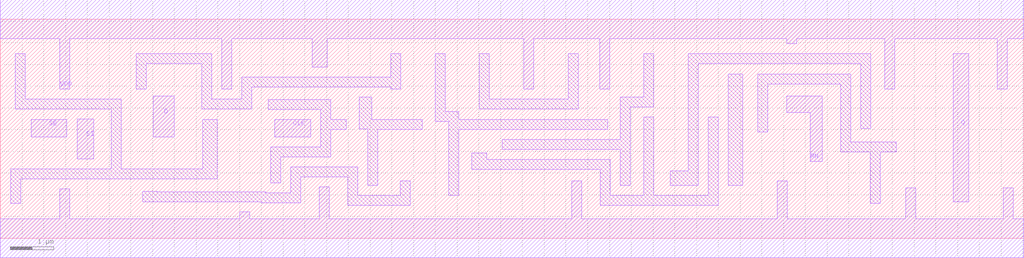
<source format=lef>
# Copyright 2022 GlobalFoundries PDK Authors
#
# Licensed under the Apache License, Version 2.0 (the "License");
# you may not use this file except in compliance with the License.
# You may obtain a copy of the License at
#
#      http://www.apache.org/licenses/LICENSE-2.0
#
# Unless required by applicable law or agreed to in writing, software
# distributed under the License is distributed on an "AS IS" BASIS,
# WITHOUT WARRANTIES OR CONDITIONS OF ANY KIND, either express or implied.
# See the License for the specific language governing permissions and
# limitations under the License.

MACRO gf180mcu_fd_sc_mcu9t5v0__sdffrnq_2
  CLASS core ;
  FOREIGN gf180mcu_fd_sc_mcu9t5v0__sdffrnq_2 0.0 0.0 ;
  ORIGIN 0 0 ;
  SYMMETRY X Y ;
  SITE GF018hv5v_green_sc9 ;
  SIZE 23.52 BY 5.04 ;
  PIN D
    DIRECTION INPUT ;
    ANTENNAGATEAREA 0.854 ;
    PORT
      LAYER METAL1 ;
        POLYGON 3.51 2.33 3.995 2.33 3.995 3.27 3.51 3.27  ;
    END
  END D
  PIN RN
    DIRECTION INPUT ;
    ANTENNAGATEAREA 2.144 ;
    PORT
      LAYER METAL1 ;
        POLYGON 18.07 2.89 18.61 2.89 18.61 1.77 18.89 1.77 18.89 3.27 18.07 3.27  ;
    END
  END RN
  PIN SE
    DIRECTION INPUT ;
    ANTENNAGATEAREA 1.708 ;
    PORT
      LAYER METAL1 ;
        POLYGON 0.71 2.33 1.53 2.33 1.53 2.735 0.71 2.735  ;
    END
  END SE
  PIN SI
    DIRECTION INPUT ;
    ANTENNAGATEAREA 0.854 ;
    PORT
      LAYER METAL1 ;
        POLYGON 1.77 1.83 2.15 1.83 2.15 2.75 1.77 2.75  ;
    END
  END SI
  PIN CLK
    DIRECTION INPUT ;
    USE clock ;
    ANTENNAGATEAREA 1.164 ;
    PORT
      LAYER METAL1 ;
        POLYGON 6.31 2.33 7.13 2.33 7.13 2.735 6.31 2.735  ;
    END
  END CLK
  PIN Q
    DIRECTION OUTPUT ;
    ANTENNADIFFAREA 1.6746 ;
    PORT
      LAYER METAL1 ;
        POLYGON 21.895 0.84 22.25 0.84 22.25 4.25 21.895 4.25  ;
    END
  END Q
  PIN VDD
    DIRECTION INOUT ;
    USE power ;
    SHAPE ABUTMENT ;
    PORT
      LAYER METAL1 ;
        POLYGON 0 4.59 1.365 4.59 1.365 3.44 1.595 3.44 1.595 4.59 5.085 4.59 5.085 3.44 5.315 3.44 5.315 4.59 7.175 4.59 7.175 3.94 7.515 3.94 7.515 4.59 9.2 4.59 9.695 4.59 12.03 4.59 12.03 3.44 12.26 3.44 12.26 4.59 13.28 4.59 13.77 4.59 13.77 3.44 13.955 3.44 14 3.44 14 4.59 15.02 4.59 18.07 4.59 18.07 4.48 18.3 4.48 18.3 4.59 20 4.59 20.33 4.59 20.33 3.44 20.56 3.44 20.56 4.59 20.585 4.59 22.915 4.59 22.915 3.44 23.145 3.44 23.145 4.59 23.52 4.59 23.52 5.49 20.585 5.49 20 5.49 15.02 5.49 13.955 5.49 13.28 5.49 9.695 5.49 9.2 5.49 0 5.49  ;
    END
  END VDD
  PIN VSS
    DIRECTION INOUT ;
    USE ground ;
    SHAPE ABUTMENT ;
    PORT
      LAYER METAL1 ;
        POLYGON 0 -0.45 23.52 -0.45 23.52 0.45 23.275 0.45 23.275 1.16 23.045 1.16 23.045 0.45 21.035 0.45 21.035 1.16 20.805 1.16 20.805 0.45 18.08 0.45 18.08 1.325 17.85 1.325 17.85 0.45 13.36 0.45 13.36 1.325 13.13 1.325 13.13 0.45 7.56 0.45 7.56 1.18 7.33 1.18 7.33 0.45 5.735 0.45 5.735 0.605 5.505 0.605 5.505 0.45 1.595 0.45 1.595 1.14 1.365 1.14 1.365 0.45 0 0.45  ;
    END
  END VSS
  OBS
      LAYER METAL1 ;
        POLYGON 0.345 2.98 2.545 2.98 2.545 1.6 0.245 1.6 0.245 0.8 0.475 0.8 0.475 1.37 4.99 1.37 4.99 2.735 4.65 2.735 4.65 1.6 2.775 1.6 2.775 3.21 0.575 3.21 0.575 4.25 0.345 4.25  ;
        POLYGON 6.155 2.965 7.36 2.965 7.36 2.1 6.21 2.1 6.21 1.27 6.44 1.27 6.44 1.87 7.59 1.87 7.59 2.505 7.955 2.505 7.955 2.735 7.59 2.735 7.59 3.195 6.155 3.195  ;
        POLYGON 3.125 3.44 3.355 3.44 3.355 4.02 4.625 4.02 4.625 2.98 5.775 2.98 5.775 3.48 8.97 3.48 8.97 3.44 9.2 3.44 9.2 4.25 8.97 4.25 8.97 3.71 5.545 3.71 5.545 3.21 4.855 3.21 4.855 4.25 3.125 4.25  ;
        POLYGON 3.27 0.835 6 0.835 6 0.81 6.9 0.81 6.9 1.41 7.99 1.41 7.99 0.755 9.42 0.755 9.42 1.325 9.19 1.325 9.19 0.985 8.22 0.985 8.22 1.64 6.67 1.64 6.67 1.04 6.105 1.04 6.105 1.065 3.61 1.065 3.61 1.085 3.27 1.085  ;
        POLYGON 8.25 2.52 8.45 2.52 8.45 1.215 8.68 1.215 8.68 2.505 9.695 2.505 9.695 2.735 8.535 2.735 8.535 3.25 8.25 3.25  ;
        POLYGON 11.01 2.98 13.28 2.98 13.28 4.25 13.05 4.25 13.05 3.21 11.24 3.21 11.24 4.25 11.01 4.25  ;
        POLYGON 9.99 2.685 10.31 2.685 10.31 0.985 10.54 0.985 10.54 2.505 13.955 2.505 13.955 2.735 10.535 2.735 10.535 2.915 10.22 2.915 10.22 4.25 9.99 4.25  ;
        POLYGON 11.535 2.045 14.25 2.045 14.25 1.215 14.48 1.215 14.48 3.02 15.02 3.02 15.02 4.25 14.79 4.25 14.79 3.25 14.25 3.25 14.25 2.275 11.535 2.275  ;
        POLYGON 10.835 1.585 13.79 1.585 13.79 0.755 16.5 0.755 16.5 2.79 16.27 2.79 16.27 0.985 15.02 0.985 15.02 2.79 14.79 2.79 14.79 0.985 14.02 0.985 14.02 1.815 11.175 1.815 11.175 1.96 10.835 1.96  ;
        POLYGON 16.73 1.215 17.06 1.215 17.06 3.78 16.73 3.78  ;
        POLYGON 15.39 1.215 16.04 1.215 16.04 4.02 19.77 4.02 19.77 2.525 20 2.525 20 4.25 15.81 4.25 15.81 1.555 15.39 1.555  ;
        POLYGON 17.41 2.45 17.64 2.45 17.64 3.55 19.31 3.55 19.31 1.985 19.99 1.985 19.99 0.8 20.22 0.8 20.22 1.985 20.585 1.985 20.585 2.215 19.54 2.215 19.54 3.78 17.41 3.78  ;
  END
END gf180mcu_fd_sc_mcu9t5v0__sdffrnq_2

</source>
